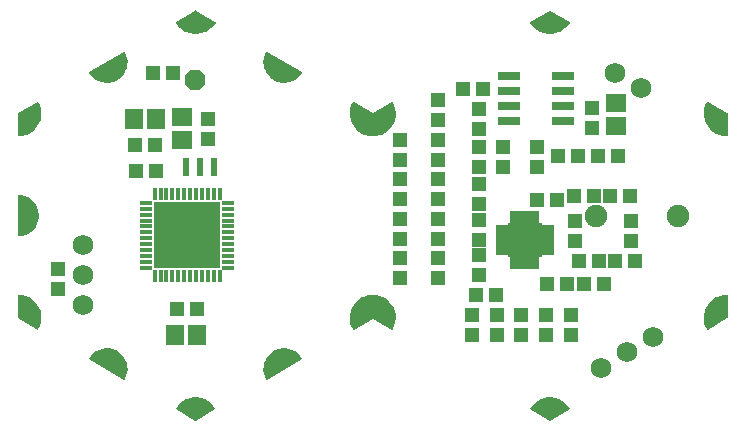
<source format=gbr>
G04 EAGLE Gerber RS-274X export*
G75*
%MOMM*%
%FSLAX34Y34*%
%LPD*%
%INSoldermask Bottom*%
%IPPOS*%
%AMOC8*
5,1,8,0,0,1.08239X$1,22.5*%
G01*
%ADD10R,0.603200X1.603197*%
%ADD11C,1.203200*%
%ADD12R,0.457200X1.016000*%
%ADD13R,1.016000X0.457200*%
%ADD14R,5.588000X5.588000*%
%ADD15P,1.869504X8X22.500000*%
%ADD16R,1.303200X1.203200*%
%ADD17R,1.703200X1.503200*%
%ADD18R,1.503200X1.703200*%
%ADD19C,1.727200*%
%ADD20R,0.503200X1.053200*%
%ADD21R,1.053200X0.503200*%
%ADD22R,2.853200X2.853200*%
%ADD23C,1.903200*%
%ADD24R,1.203200X1.303200*%
%ADD25R,1.879600X0.711200*%

G36*
X299252Y270303D02*
X299252Y270303D01*
X299265Y270302D01*
X302315Y270545D01*
X302347Y270554D01*
X302394Y270558D01*
X305366Y271286D01*
X305397Y271301D01*
X305442Y271312D01*
X305506Y271339D01*
X306682Y271838D01*
X307857Y272337D01*
X307858Y272337D01*
X308259Y272508D01*
X308287Y272527D01*
X308330Y272545D01*
X310918Y274177D01*
X310942Y274201D01*
X310982Y274225D01*
X313275Y276252D01*
X313295Y276279D01*
X313331Y276310D01*
X315269Y278678D01*
X315285Y278708D01*
X315314Y278744D01*
X316848Y281392D01*
X316858Y281424D01*
X316882Y281464D01*
X316935Y281604D01*
X317695Y283601D01*
X317885Y284100D01*
X317971Y284324D01*
X317976Y284357D01*
X317993Y284401D01*
X318609Y287398D01*
X318609Y287432D01*
X318618Y287478D01*
X318745Y290535D01*
X318740Y290569D01*
X318742Y290616D01*
X318377Y293654D01*
X318366Y293686D01*
X318361Y293732D01*
X317513Y296672D01*
X317497Y296702D01*
X317485Y296748D01*
X316176Y299514D01*
X316159Y299536D01*
X316149Y299563D01*
X316100Y299615D01*
X316057Y299673D01*
X316032Y299687D01*
X316013Y299708D01*
X315947Y299737D01*
X315885Y299773D01*
X315857Y299776D01*
X315831Y299788D01*
X315759Y299789D01*
X315688Y299798D01*
X315661Y299790D01*
X315632Y299791D01*
X315537Y299755D01*
X315497Y299744D01*
X315488Y299737D01*
X315476Y299733D01*
X299225Y290376D01*
X282974Y299733D01*
X282947Y299742D01*
X282923Y299758D01*
X282853Y299773D01*
X282785Y299796D01*
X282757Y299793D01*
X282729Y299799D01*
X282659Y299786D01*
X282587Y299780D01*
X282562Y299767D01*
X282534Y299761D01*
X282474Y299721D01*
X282411Y299688D01*
X282393Y299666D01*
X282369Y299650D01*
X282311Y299567D01*
X282284Y299535D01*
X282281Y299524D01*
X282274Y299514D01*
X280965Y296748D01*
X280957Y296715D01*
X280937Y296672D01*
X280089Y293732D01*
X280086Y293698D01*
X280073Y293654D01*
X279708Y290616D01*
X279711Y290582D01*
X279705Y290535D01*
X279832Y287478D01*
X279840Y287445D01*
X279841Y287398D01*
X280457Y284401D01*
X280470Y284370D01*
X280480Y284324D01*
X281568Y281464D01*
X281586Y281436D01*
X281603Y281392D01*
X283136Y278744D01*
X283158Y278718D01*
X283181Y278678D01*
X285119Y276310D01*
X285146Y276288D01*
X285175Y276252D01*
X287468Y274225D01*
X287497Y274209D01*
X287532Y274177D01*
X290120Y272545D01*
X290152Y272533D01*
X290191Y272508D01*
X293008Y271312D01*
X293041Y271305D01*
X293084Y271286D01*
X296056Y270558D01*
X296090Y270556D01*
X296135Y270545D01*
X299185Y270302D01*
X299214Y270306D01*
X299242Y270301D01*
X299252Y270303D01*
G37*
G36*
X315792Y106615D02*
X315792Y106615D01*
X315863Y106620D01*
X315888Y106633D01*
X315916Y106639D01*
X315976Y106679D01*
X316039Y106712D01*
X316057Y106734D01*
X316081Y106750D01*
X316139Y106833D01*
X316166Y106865D01*
X316169Y106876D01*
X316176Y106887D01*
X317485Y109653D01*
X317493Y109686D01*
X317513Y109728D01*
X318361Y112668D01*
X318364Y112702D01*
X318377Y112746D01*
X318742Y115784D01*
X318739Y115818D01*
X318745Y115865D01*
X318618Y118922D01*
X318610Y118955D01*
X318609Y119002D01*
X317993Y121999D01*
X317980Y122030D01*
X317971Y122076D01*
X316882Y124936D01*
X316864Y124965D01*
X316848Y125008D01*
X315314Y127656D01*
X315292Y127682D01*
X315269Y127723D01*
X313331Y130090D01*
X313304Y130112D01*
X313275Y130148D01*
X310982Y132175D01*
X310953Y132192D01*
X310918Y132223D01*
X308330Y133855D01*
X308298Y133867D01*
X308259Y133892D01*
X305442Y135088D01*
X305409Y135095D01*
X305366Y135114D01*
X302394Y135842D01*
X302360Y135844D01*
X302315Y135855D01*
X299265Y136098D01*
X299236Y136094D01*
X299208Y136099D01*
X299198Y136097D01*
X299185Y136098D01*
X296135Y135855D01*
X296103Y135846D01*
X296056Y135842D01*
X293084Y135114D01*
X293053Y135099D01*
X293008Y135088D01*
X292843Y135018D01*
X291668Y134519D01*
X290492Y134020D01*
X290191Y133892D01*
X290163Y133873D01*
X290120Y133855D01*
X287532Y132223D01*
X287508Y132199D01*
X287468Y132175D01*
X285175Y130148D01*
X285155Y130121D01*
X285119Y130090D01*
X283181Y127723D01*
X283165Y127692D01*
X283136Y127656D01*
X281603Y125008D01*
X281592Y124976D01*
X281568Y124936D01*
X280480Y122076D01*
X280474Y122043D01*
X280457Y121999D01*
X279841Y119002D01*
X279841Y118968D01*
X279832Y118922D01*
X279705Y115865D01*
X279710Y115831D01*
X279708Y115784D01*
X280073Y112746D01*
X280084Y112714D01*
X280089Y112668D01*
X280937Y109728D01*
X280953Y109698D01*
X280965Y109653D01*
X282274Y106887D01*
X282291Y106864D01*
X282301Y106837D01*
X282350Y106785D01*
X282393Y106727D01*
X282418Y106713D01*
X282437Y106692D01*
X282503Y106663D01*
X282565Y106627D01*
X282593Y106624D01*
X282619Y106612D01*
X282691Y106611D01*
X282762Y106602D01*
X282789Y106610D01*
X282818Y106610D01*
X282913Y106645D01*
X282953Y106656D01*
X282962Y106663D01*
X282974Y106667D01*
X299225Y116024D01*
X315476Y106667D01*
X315503Y106658D01*
X315527Y106642D01*
X315597Y106627D01*
X315665Y106604D01*
X315693Y106607D01*
X315721Y106601D01*
X315792Y106615D01*
G37*
G36*
X-748Y185704D02*
X-748Y185704D01*
X-734Y185702D01*
X2064Y185934D01*
X2098Y185944D01*
X2146Y185948D01*
X4867Y186637D01*
X4899Y186652D01*
X4945Y186664D01*
X7517Y187792D01*
X7545Y187812D01*
X7589Y187831D01*
X9940Y189367D01*
X9964Y189391D01*
X10005Y189417D01*
X12070Y191319D01*
X12083Y191336D01*
X12095Y191345D01*
X12106Y191361D01*
X12126Y191380D01*
X13851Y193595D01*
X13866Y193626D01*
X13896Y193664D01*
X15232Y196134D01*
X15242Y196167D01*
X15265Y196209D01*
X16177Y198865D01*
X16182Y198899D01*
X16197Y198945D01*
X16659Y201714D01*
X16658Y201749D01*
X16666Y201796D01*
X16666Y204604D01*
X16659Y204638D01*
X16659Y204686D01*
X16197Y207455D01*
X16185Y207488D01*
X16177Y207535D01*
X15265Y210191D01*
X15248Y210221D01*
X15232Y210266D01*
X13896Y212736D01*
X13874Y212762D01*
X13851Y212805D01*
X12126Y215020D01*
X12100Y215043D01*
X12070Y215081D01*
X10005Y216983D01*
X9975Y217001D01*
X9940Y217033D01*
X7589Y218569D01*
X7557Y218582D01*
X7517Y218608D01*
X4945Y219736D01*
X4912Y219743D01*
X4867Y219763D01*
X2146Y220452D01*
X2111Y220454D01*
X2064Y220466D01*
X-734Y220698D01*
X-763Y220694D01*
X-792Y220699D01*
X-861Y220683D01*
X-931Y220674D01*
X-957Y220660D01*
X-985Y220653D01*
X-1042Y220611D01*
X-1104Y220576D01*
X-1122Y220552D01*
X-1145Y220535D01*
X-1181Y220474D01*
X-1224Y220417D01*
X-1232Y220389D01*
X-1247Y220364D01*
X-1263Y220266D01*
X-1274Y220225D01*
X-1272Y220214D01*
X-1274Y220200D01*
X-1274Y186200D01*
X-1268Y186171D01*
X-1271Y186142D01*
X-1249Y186075D01*
X-1235Y186005D01*
X-1218Y185981D01*
X-1209Y185953D01*
X-1162Y185900D01*
X-1122Y185841D01*
X-1098Y185826D01*
X-1078Y185804D01*
X-1014Y185772D01*
X-955Y185734D01*
X-926Y185729D01*
X-900Y185717D01*
X-800Y185708D01*
X-758Y185701D01*
X-748Y185704D01*
G37*
G36*
X88991Y64314D02*
X88991Y64314D01*
X89062Y64320D01*
X89088Y64333D01*
X89116Y64339D01*
X89175Y64379D01*
X89238Y64411D01*
X89257Y64434D01*
X89281Y64450D01*
X89338Y64532D01*
X89365Y64565D01*
X89368Y64575D01*
X89376Y64587D01*
X90575Y67122D01*
X90583Y67156D01*
X90604Y67199D01*
X91369Y69897D01*
X91371Y69932D01*
X91385Y69978D01*
X91695Y72766D01*
X91692Y72794D01*
X91694Y72805D01*
X91693Y72810D01*
X91697Y72848D01*
X91545Y75648D01*
X91536Y75682D01*
X91533Y75730D01*
X90922Y78467D01*
X90908Y78499D01*
X90897Y78546D01*
X89844Y81145D01*
X89825Y81174D01*
X89807Y81218D01*
X88340Y83609D01*
X88316Y83634D01*
X88291Y83675D01*
X86450Y85791D01*
X86423Y85812D01*
X86391Y85849D01*
X84228Y87633D01*
X84197Y87649D01*
X84160Y87680D01*
X81732Y89084D01*
X81699Y89095D01*
X81657Y89119D01*
X79032Y90104D01*
X78997Y90110D01*
X78952Y90127D01*
X76200Y90666D01*
X76166Y90666D01*
X76118Y90675D01*
X73315Y90754D01*
X73281Y90749D01*
X73233Y90750D01*
X70454Y90367D01*
X70422Y90355D01*
X70374Y90349D01*
X67697Y89513D01*
X67666Y89496D01*
X67620Y89482D01*
X65117Y88218D01*
X65090Y88196D01*
X65047Y88174D01*
X62786Y86515D01*
X62763Y86489D01*
X62724Y86461D01*
X60767Y84452D01*
X60748Y84423D01*
X60714Y84388D01*
X59115Y82085D01*
X59103Y82058D01*
X59085Y82035D01*
X59064Y81967D01*
X59036Y81902D01*
X59036Y81873D01*
X59028Y81845D01*
X59036Y81774D01*
X59035Y81703D01*
X59046Y81676D01*
X59050Y81647D01*
X59084Y81585D01*
X59112Y81520D01*
X59133Y81499D01*
X59147Y81474D01*
X59223Y81411D01*
X59254Y81381D01*
X59264Y81377D01*
X59275Y81368D01*
X88675Y64368D01*
X88703Y64359D01*
X88727Y64342D01*
X88796Y64327D01*
X88864Y64305D01*
X88893Y64307D01*
X88921Y64301D01*
X88991Y64314D01*
G37*
G36*
X76118Y315725D02*
X76118Y315725D01*
X76152Y315733D01*
X76200Y315734D01*
X78952Y316273D01*
X78984Y316287D01*
X79032Y316296D01*
X81657Y317281D01*
X81687Y317299D01*
X81732Y317316D01*
X84160Y318720D01*
X84186Y318743D01*
X84228Y318767D01*
X86391Y320551D01*
X86413Y320578D01*
X86450Y320609D01*
X88291Y322725D01*
X88308Y322755D01*
X88340Y322791D01*
X89807Y325182D01*
X89818Y325214D01*
X89844Y325255D01*
X90897Y327854D01*
X90904Y327888D01*
X90922Y327933D01*
X91533Y330670D01*
X91534Y330705D01*
X91545Y330752D01*
X91697Y333552D01*
X91692Y333586D01*
X91695Y333634D01*
X91385Y336422D01*
X91374Y336455D01*
X91369Y336503D01*
X90604Y339201D01*
X90588Y339231D01*
X90575Y339278D01*
X89376Y341813D01*
X89359Y341837D01*
X89349Y341864D01*
X89300Y341916D01*
X89257Y341973D01*
X89232Y341987D01*
X89212Y342009D01*
X89147Y342037D01*
X89086Y342073D01*
X89057Y342076D01*
X89030Y342088D01*
X88959Y342089D01*
X88888Y342098D01*
X88860Y342090D01*
X88831Y342090D01*
X88738Y342056D01*
X88697Y342044D01*
X88688Y342037D01*
X88675Y342032D01*
X59275Y325032D01*
X59253Y325013D01*
X59227Y325000D01*
X59179Y324947D01*
X59126Y324900D01*
X59114Y324874D01*
X59094Y324852D01*
X59071Y324785D01*
X59041Y324721D01*
X59039Y324692D01*
X59030Y324664D01*
X59035Y324593D01*
X59032Y324522D01*
X59042Y324495D01*
X59044Y324466D01*
X59086Y324376D01*
X59101Y324336D01*
X59109Y324328D01*
X59115Y324315D01*
X60714Y322012D01*
X60740Y321988D01*
X60767Y321948D01*
X62724Y319939D01*
X62753Y319920D01*
X62786Y319885D01*
X65047Y318226D01*
X65078Y318211D01*
X65117Y318182D01*
X67620Y316918D01*
X67654Y316909D01*
X67697Y316887D01*
X70374Y316051D01*
X70408Y316048D01*
X70454Y316033D01*
X73233Y315650D01*
X73267Y315652D01*
X73315Y315646D01*
X76118Y315725D01*
G37*
G36*
X209590Y64310D02*
X209590Y64310D01*
X209619Y64310D01*
X209712Y64344D01*
X209753Y64356D01*
X209762Y64363D01*
X209775Y64368D01*
X239175Y81368D01*
X239197Y81387D01*
X239223Y81400D01*
X239271Y81453D01*
X239324Y81500D01*
X239336Y81526D01*
X239356Y81548D01*
X239379Y81615D01*
X239409Y81679D01*
X239411Y81708D01*
X239420Y81736D01*
X239415Y81807D01*
X239418Y81878D01*
X239408Y81905D01*
X239406Y81934D01*
X239364Y82024D01*
X239349Y82064D01*
X239341Y82072D01*
X239335Y82085D01*
X237736Y84388D01*
X237711Y84412D01*
X237683Y84452D01*
X235726Y86461D01*
X235697Y86480D01*
X235664Y86515D01*
X233403Y88174D01*
X233372Y88189D01*
X233333Y88218D01*
X230830Y89482D01*
X230796Y89491D01*
X230753Y89513D01*
X228076Y90349D01*
X228042Y90352D01*
X227996Y90367D01*
X225217Y90750D01*
X225183Y90748D01*
X225135Y90754D01*
X222332Y90675D01*
X222298Y90667D01*
X222250Y90666D01*
X219498Y90127D01*
X219466Y90113D01*
X219418Y90104D01*
X216793Y89119D01*
X216763Y89101D01*
X216718Y89084D01*
X214290Y87680D01*
X214264Y87657D01*
X214223Y87633D01*
X212059Y85849D01*
X212037Y85822D01*
X212000Y85791D01*
X210159Y83675D01*
X210142Y83645D01*
X210111Y83609D01*
X208643Y81218D01*
X208632Y81186D01*
X208606Y81145D01*
X207553Y78546D01*
X207546Y78512D01*
X207528Y78467D01*
X206917Y75730D01*
X206916Y75695D01*
X206905Y75648D01*
X206753Y72848D01*
X206758Y72814D01*
X206755Y72766D01*
X207065Y69978D01*
X207076Y69945D01*
X207081Y69897D01*
X207846Y67199D01*
X207862Y67169D01*
X207875Y67122D01*
X209074Y64587D01*
X209091Y64563D01*
X209101Y64536D01*
X209150Y64484D01*
X209193Y64427D01*
X209218Y64413D01*
X209238Y64392D01*
X209303Y64363D01*
X209365Y64327D01*
X209393Y64324D01*
X209420Y64312D01*
X209491Y64311D01*
X209562Y64302D01*
X209590Y64310D01*
G37*
G36*
X225169Y315652D02*
X225169Y315652D01*
X225217Y315650D01*
X227996Y316033D01*
X228028Y316045D01*
X228076Y316051D01*
X230753Y316887D01*
X230784Y316904D01*
X230830Y316918D01*
X233333Y318182D01*
X233360Y318204D01*
X233403Y318226D01*
X235664Y319885D01*
X235687Y319911D01*
X235726Y319939D01*
X237683Y321948D01*
X237702Y321977D01*
X237736Y322012D01*
X239335Y324315D01*
X239347Y324342D01*
X239365Y324365D01*
X239386Y324433D01*
X239414Y324498D01*
X239414Y324527D01*
X239422Y324555D01*
X239414Y324626D01*
X239415Y324697D01*
X239404Y324724D01*
X239400Y324753D01*
X239366Y324815D01*
X239338Y324880D01*
X239317Y324901D01*
X239303Y324926D01*
X239227Y324989D01*
X239196Y325019D01*
X239186Y325023D01*
X239175Y325032D01*
X209775Y342032D01*
X209747Y342041D01*
X209723Y342058D01*
X209654Y342073D01*
X209586Y342095D01*
X209557Y342093D01*
X209529Y342099D01*
X209459Y342086D01*
X209388Y342080D01*
X209362Y342067D01*
X209334Y342061D01*
X209275Y342021D01*
X209212Y341989D01*
X209193Y341966D01*
X209169Y341950D01*
X209112Y341868D01*
X209085Y341835D01*
X209082Y341825D01*
X209074Y341813D01*
X207875Y339278D01*
X207867Y339244D01*
X207846Y339201D01*
X207081Y336503D01*
X207079Y336468D01*
X207065Y336422D01*
X206755Y333634D01*
X206757Y333607D01*
X206757Y333602D01*
X206758Y333597D01*
X206753Y333552D01*
X206905Y330752D01*
X206914Y330718D01*
X206917Y330670D01*
X207528Y327933D01*
X207542Y327901D01*
X207553Y327854D01*
X208606Y325255D01*
X208625Y325226D01*
X208643Y325182D01*
X210111Y322791D01*
X210134Y322766D01*
X210159Y322725D01*
X212000Y320609D01*
X212027Y320588D01*
X212059Y320551D01*
X214223Y318767D01*
X214253Y318751D01*
X214290Y318720D01*
X216718Y317316D01*
X216751Y317305D01*
X216793Y317281D01*
X219418Y316296D01*
X219453Y316290D01*
X219498Y316273D01*
X222250Y315734D01*
X222285Y315734D01*
X222332Y315725D01*
X225135Y315646D01*
X225169Y315652D01*
G37*
G36*
X-767Y270264D02*
X-767Y270264D01*
X-753Y270263D01*
X2303Y270510D01*
X2336Y270519D01*
X2382Y270523D01*
X5359Y271256D01*
X5390Y271271D01*
X5436Y271282D01*
X8257Y272484D01*
X8284Y272503D01*
X8328Y272521D01*
X10919Y274160D01*
X10944Y274183D01*
X10983Y274208D01*
X13278Y276241D01*
X13299Y276268D01*
X13334Y276299D01*
X15273Y278674D01*
X15289Y278704D01*
X15319Y278740D01*
X16852Y281396D01*
X16863Y281428D01*
X16887Y281468D01*
X17974Y284335D01*
X17979Y284369D01*
X17996Y284413D01*
X18609Y287417D01*
X18610Y287451D01*
X18619Y287497D01*
X18743Y290560D01*
X18737Y290594D01*
X18739Y290640D01*
X18370Y293684D01*
X18359Y293717D01*
X18354Y293763D01*
X17501Y296708D01*
X17485Y296738D01*
X17472Y296783D01*
X16158Y299553D01*
X16140Y299577D01*
X16130Y299604D01*
X16081Y299656D01*
X16038Y299713D01*
X16013Y299727D01*
X15993Y299748D01*
X15928Y299777D01*
X15866Y299812D01*
X15838Y299816D01*
X15811Y299828D01*
X15740Y299828D01*
X15669Y299837D01*
X15641Y299829D01*
X15612Y299830D01*
X15519Y299795D01*
X15478Y299783D01*
X15469Y299776D01*
X15457Y299771D01*
X-1021Y290232D01*
X-1078Y290181D01*
X-1140Y290136D01*
X-1152Y290116D01*
X-1170Y290100D01*
X-1203Y290031D01*
X-1242Y289965D01*
X-1246Y289939D01*
X-1255Y289921D01*
X-1257Y289876D01*
X-1270Y289801D01*
X-1293Y270761D01*
X-1287Y270733D01*
X-1289Y270704D01*
X-1267Y270636D01*
X-1253Y270566D01*
X-1237Y270542D01*
X-1228Y270515D01*
X-1181Y270461D01*
X-1141Y270402D01*
X-1117Y270387D01*
X-1098Y270365D01*
X-1033Y270333D01*
X-973Y270295D01*
X-945Y270290D01*
X-919Y270277D01*
X-819Y270269D01*
X-777Y270262D01*
X-767Y270264D01*
G37*
G36*
X15772Y106575D02*
X15772Y106575D01*
X15843Y106580D01*
X15869Y106594D01*
X15897Y106599D01*
X15957Y106639D01*
X16020Y106672D01*
X16038Y106694D01*
X16062Y106710D01*
X16120Y106792D01*
X16147Y106825D01*
X16150Y106835D01*
X16158Y106847D01*
X17472Y109617D01*
X17480Y109650D01*
X17501Y109692D01*
X18354Y112637D01*
X18356Y112671D01*
X18370Y112716D01*
X18739Y115760D01*
X18737Y115793D01*
X18743Y115840D01*
X18619Y118904D01*
X18611Y118936D01*
X18609Y118983D01*
X17996Y121988D01*
X17983Y122019D01*
X17974Y122065D01*
X16887Y124932D01*
X16868Y124960D01*
X16852Y125004D01*
X15319Y127660D01*
X15296Y127685D01*
X15273Y127726D01*
X13334Y130101D01*
X13308Y130122D01*
X13278Y130159D01*
X10983Y132192D01*
X10954Y132209D01*
X10919Y132240D01*
X8328Y133879D01*
X8296Y133891D01*
X8257Y133916D01*
X5436Y135118D01*
X5402Y135125D01*
X5359Y135144D01*
X2382Y135877D01*
X2348Y135879D01*
X2303Y135890D01*
X-753Y136137D01*
X-782Y136134D01*
X-810Y136138D01*
X-880Y136122D01*
X-951Y136113D01*
X-976Y136099D01*
X-1004Y136092D01*
X-1061Y136050D01*
X-1123Y136014D01*
X-1141Y135991D01*
X-1164Y135974D01*
X-1200Y135913D01*
X-1243Y135856D01*
X-1250Y135828D01*
X-1265Y135803D01*
X-1282Y135704D01*
X-1292Y135663D01*
X-1290Y135652D01*
X-1293Y135639D01*
X-1270Y116599D01*
X-1254Y116524D01*
X-1246Y116448D01*
X-1235Y116427D01*
X-1230Y116405D01*
X-1186Y116341D01*
X-1149Y116274D01*
X-1129Y116258D01*
X-1117Y116241D01*
X-1080Y116217D01*
X-1021Y116168D01*
X15457Y106629D01*
X15484Y106619D01*
X15508Y106603D01*
X15577Y106588D01*
X15645Y106565D01*
X15674Y106567D01*
X15702Y106561D01*
X15772Y106575D01*
G37*
G36*
X449241Y29511D02*
X449241Y29511D01*
X449318Y29510D01*
X449342Y29519D01*
X449363Y29520D01*
X449402Y29541D01*
X449474Y29567D01*
X465974Y39067D01*
X465996Y39086D01*
X466022Y39099D01*
X466056Y39137D01*
X466059Y39139D01*
X466062Y39143D01*
X466070Y39152D01*
X466123Y39199D01*
X466136Y39225D01*
X466155Y39247D01*
X466178Y39314D01*
X466209Y39378D01*
X466211Y39407D01*
X466220Y39434D01*
X466215Y39506D01*
X466218Y39577D01*
X466208Y39604D01*
X466206Y39633D01*
X466164Y39723D01*
X466149Y39763D01*
X466142Y39771D01*
X466136Y39784D01*
X464394Y42307D01*
X464370Y42331D01*
X464343Y42369D01*
X462219Y44581D01*
X462191Y44600D01*
X462159Y44634D01*
X459708Y46476D01*
X459677Y46490D01*
X459640Y46519D01*
X456925Y47944D01*
X456892Y47953D01*
X456851Y47975D01*
X453943Y48946D01*
X453916Y48949D01*
X453907Y48951D01*
X453865Y48965D01*
X450838Y49457D01*
X450804Y49456D01*
X450758Y49464D01*
X447692Y49464D01*
X447659Y49457D01*
X447612Y49457D01*
X444585Y48965D01*
X444554Y48953D01*
X444507Y48946D01*
X441599Y47975D01*
X441570Y47958D01*
X441525Y47944D01*
X438810Y46519D01*
X438784Y46497D01*
X438742Y46476D01*
X436291Y44634D01*
X436268Y44609D01*
X436231Y44581D01*
X434107Y42369D01*
X434089Y42341D01*
X434056Y42307D01*
X432314Y39784D01*
X432303Y39757D01*
X432284Y39735D01*
X432264Y39666D01*
X432236Y39601D01*
X432236Y39572D01*
X432228Y39544D01*
X432236Y39473D01*
X432236Y39402D01*
X432247Y39375D01*
X432250Y39346D01*
X432285Y39284D01*
X432313Y39219D01*
X432333Y39198D01*
X432348Y39173D01*
X432411Y39121D01*
X432415Y39116D01*
X432424Y39110D01*
X432425Y39110D01*
X432455Y39080D01*
X432465Y39076D01*
X432476Y39067D01*
X448976Y29567D01*
X449049Y29543D01*
X449119Y29512D01*
X449143Y29512D01*
X449165Y29504D01*
X449241Y29511D01*
G37*
G36*
X149241Y29511D02*
X149241Y29511D01*
X149318Y29510D01*
X149342Y29519D01*
X149363Y29520D01*
X149402Y29541D01*
X149474Y29567D01*
X165974Y39067D01*
X165996Y39086D01*
X166022Y39099D01*
X166056Y39137D01*
X166059Y39139D01*
X166062Y39143D01*
X166070Y39152D01*
X166123Y39199D01*
X166136Y39225D01*
X166155Y39247D01*
X166178Y39314D01*
X166209Y39378D01*
X166211Y39407D01*
X166220Y39434D01*
X166215Y39506D01*
X166218Y39577D01*
X166208Y39604D01*
X166206Y39633D01*
X166164Y39723D01*
X166149Y39763D01*
X166142Y39771D01*
X166136Y39784D01*
X164394Y42307D01*
X164370Y42331D01*
X164343Y42369D01*
X162219Y44581D01*
X162191Y44600D01*
X162159Y44634D01*
X159708Y46476D01*
X159677Y46490D01*
X159640Y46519D01*
X156925Y47944D01*
X156892Y47953D01*
X156851Y47975D01*
X153943Y48946D01*
X153916Y48949D01*
X153907Y48951D01*
X153865Y48965D01*
X150838Y49457D01*
X150804Y49456D01*
X150758Y49464D01*
X147692Y49464D01*
X147659Y49457D01*
X147612Y49457D01*
X144585Y48965D01*
X144554Y48953D01*
X144507Y48946D01*
X141599Y47975D01*
X141570Y47958D01*
X141525Y47944D01*
X138810Y46519D01*
X138784Y46497D01*
X138742Y46476D01*
X136291Y44634D01*
X136268Y44609D01*
X136231Y44581D01*
X134107Y42369D01*
X134089Y42341D01*
X134056Y42307D01*
X132314Y39784D01*
X132303Y39757D01*
X132284Y39735D01*
X132264Y39666D01*
X132236Y39601D01*
X132236Y39572D01*
X132228Y39544D01*
X132236Y39473D01*
X132236Y39402D01*
X132247Y39375D01*
X132250Y39346D01*
X132285Y39284D01*
X132313Y39219D01*
X132333Y39198D01*
X132348Y39173D01*
X132411Y39121D01*
X132415Y39116D01*
X132424Y39110D01*
X132425Y39110D01*
X132455Y39080D01*
X132465Y39076D01*
X132476Y39067D01*
X148976Y29567D01*
X149049Y29543D01*
X149119Y29512D01*
X149143Y29512D01*
X149165Y29504D01*
X149241Y29511D01*
G37*
G36*
X150791Y356943D02*
X150791Y356943D01*
X150838Y356943D01*
X153865Y357435D01*
X153896Y357447D01*
X153943Y357454D01*
X156851Y358425D01*
X156881Y358442D01*
X156925Y358456D01*
X159640Y359881D01*
X159666Y359903D01*
X159708Y359924D01*
X162159Y361766D01*
X162182Y361791D01*
X162219Y361819D01*
X164343Y364031D01*
X164361Y364059D01*
X164394Y364093D01*
X166136Y366616D01*
X166147Y366643D01*
X166166Y366665D01*
X166186Y366734D01*
X166214Y366799D01*
X166214Y366828D01*
X166222Y366856D01*
X166214Y366927D01*
X166215Y366998D01*
X166203Y367025D01*
X166200Y367054D01*
X166165Y367116D01*
X166137Y367181D01*
X166117Y367202D01*
X166102Y367227D01*
X166025Y367290D01*
X165995Y367320D01*
X165985Y367324D01*
X165974Y367333D01*
X149474Y376833D01*
X149401Y376857D01*
X149331Y376888D01*
X149307Y376888D01*
X149285Y376896D01*
X149209Y376890D01*
X149132Y376891D01*
X149108Y376881D01*
X149087Y376880D01*
X149048Y376859D01*
X148976Y376833D01*
X132476Y367333D01*
X132454Y367314D01*
X132428Y367301D01*
X132380Y367248D01*
X132327Y367201D01*
X132314Y367175D01*
X132295Y367154D01*
X132272Y367086D01*
X132241Y367022D01*
X132240Y366993D01*
X132230Y366966D01*
X132235Y366894D01*
X132232Y366823D01*
X132242Y366796D01*
X132244Y366767D01*
X132286Y366677D01*
X132301Y366637D01*
X132308Y366629D01*
X132314Y366616D01*
X134056Y364093D01*
X134080Y364069D01*
X134107Y364031D01*
X136231Y361819D01*
X136259Y361800D01*
X136291Y361766D01*
X138742Y359924D01*
X138773Y359910D01*
X138810Y359881D01*
X141525Y358456D01*
X141558Y358447D01*
X141599Y358425D01*
X144507Y357454D01*
X144541Y357450D01*
X144585Y357435D01*
X147612Y356943D01*
X147646Y356944D01*
X147692Y356936D01*
X150758Y356936D01*
X150791Y356943D01*
G37*
G36*
X450791Y356943D02*
X450791Y356943D01*
X450838Y356943D01*
X453865Y357435D01*
X453896Y357447D01*
X453943Y357454D01*
X456851Y358425D01*
X456881Y358442D01*
X456925Y358456D01*
X459640Y359881D01*
X459666Y359903D01*
X459708Y359924D01*
X462159Y361766D01*
X462182Y361791D01*
X462219Y361819D01*
X464343Y364031D01*
X464361Y364059D01*
X464394Y364093D01*
X466136Y366616D01*
X466147Y366643D01*
X466166Y366665D01*
X466186Y366734D01*
X466214Y366799D01*
X466214Y366828D01*
X466222Y366856D01*
X466214Y366927D01*
X466215Y366998D01*
X466203Y367025D01*
X466200Y367054D01*
X466165Y367116D01*
X466137Y367181D01*
X466117Y367202D01*
X466102Y367227D01*
X466025Y367290D01*
X465995Y367320D01*
X465985Y367324D01*
X465974Y367333D01*
X449474Y376833D01*
X449401Y376857D01*
X449331Y376888D01*
X449307Y376888D01*
X449285Y376896D01*
X449209Y376890D01*
X449132Y376891D01*
X449108Y376881D01*
X449087Y376880D01*
X449048Y376859D01*
X448976Y376833D01*
X432476Y367333D01*
X432454Y367314D01*
X432428Y367301D01*
X432380Y367248D01*
X432327Y367201D01*
X432314Y367175D01*
X432295Y367154D01*
X432272Y367086D01*
X432241Y367022D01*
X432240Y366993D01*
X432230Y366966D01*
X432235Y366894D01*
X432232Y366823D01*
X432242Y366796D01*
X432244Y366767D01*
X432286Y366677D01*
X432301Y366637D01*
X432308Y366629D01*
X432314Y366616D01*
X434056Y364093D01*
X434080Y364069D01*
X434107Y364031D01*
X436231Y361819D01*
X436259Y361800D01*
X436291Y361766D01*
X438742Y359924D01*
X438773Y359910D01*
X438810Y359881D01*
X441525Y358456D01*
X441558Y358447D01*
X441599Y358425D01*
X444507Y357454D01*
X444541Y357450D01*
X444585Y357435D01*
X447612Y356943D01*
X447646Y356944D01*
X447692Y356936D01*
X450758Y356936D01*
X450791Y356943D01*
G37*
G36*
X599311Y270318D02*
X599311Y270318D01*
X599383Y270326D01*
X599407Y270341D01*
X599435Y270347D01*
X599493Y270390D01*
X599555Y270426D01*
X599572Y270448D01*
X599595Y270465D01*
X599632Y270527D01*
X599675Y270584D01*
X599682Y270612D01*
X599697Y270636D01*
X599713Y270736D01*
X599724Y270777D01*
X599722Y270787D01*
X599724Y270800D01*
X599724Y289800D01*
X599709Y289876D01*
X599700Y289954D01*
X599689Y289973D01*
X599685Y289995D01*
X599641Y290059D01*
X599602Y290127D01*
X599583Y290143D01*
X599572Y290159D01*
X599534Y290183D01*
X599474Y290233D01*
X582974Y299733D01*
X582947Y299742D01*
X582923Y299758D01*
X582853Y299773D01*
X582785Y299796D01*
X582757Y299793D01*
X582729Y299799D01*
X582659Y299786D01*
X582587Y299780D01*
X582562Y299767D01*
X582534Y299761D01*
X582474Y299721D01*
X582411Y299688D01*
X582393Y299666D01*
X582369Y299650D01*
X582311Y299567D01*
X582284Y299535D01*
X582281Y299524D01*
X582274Y299514D01*
X580965Y296748D01*
X580957Y296715D01*
X580937Y296672D01*
X580089Y293732D01*
X580086Y293698D01*
X580073Y293654D01*
X579708Y290616D01*
X579711Y290582D01*
X579705Y290535D01*
X579832Y287478D01*
X579840Y287445D01*
X579841Y287398D01*
X580457Y284401D01*
X580470Y284370D01*
X580480Y284324D01*
X581568Y281464D01*
X581586Y281436D01*
X581603Y281392D01*
X583136Y278744D01*
X583158Y278718D01*
X583181Y278678D01*
X585119Y276310D01*
X585146Y276288D01*
X585175Y276252D01*
X587468Y274225D01*
X587497Y274209D01*
X587532Y274177D01*
X590120Y272545D01*
X590152Y272533D01*
X590191Y272508D01*
X593008Y271312D01*
X593041Y271305D01*
X593084Y271286D01*
X596056Y270558D01*
X596090Y270556D01*
X596135Y270545D01*
X599185Y270302D01*
X599214Y270306D01*
X599242Y270301D01*
X599311Y270318D01*
G37*
G36*
X582789Y106610D02*
X582789Y106610D01*
X582818Y106610D01*
X582913Y106645D01*
X582953Y106656D01*
X582962Y106663D01*
X582974Y106667D01*
X599474Y116167D01*
X599533Y116219D01*
X599595Y116265D01*
X599606Y116284D01*
X599623Y116299D01*
X599657Y116369D01*
X599697Y116436D01*
X599701Y116461D01*
X599709Y116478D01*
X599711Y116523D01*
X599724Y116600D01*
X599724Y135600D01*
X599719Y135628D01*
X599721Y135656D01*
X599699Y135724D01*
X599685Y135795D01*
X599669Y135818D01*
X599660Y135845D01*
X599613Y135900D01*
X599572Y135959D01*
X599548Y135974D01*
X599530Y135996D01*
X599465Y136027D01*
X599405Y136066D01*
X599377Y136071D01*
X599351Y136083D01*
X599250Y136092D01*
X599208Y136099D01*
X599198Y136097D01*
X599185Y136098D01*
X596135Y135855D01*
X596103Y135846D01*
X596056Y135842D01*
X593084Y135114D01*
X593053Y135099D01*
X593008Y135088D01*
X592843Y135018D01*
X591668Y134519D01*
X590492Y134020D01*
X590191Y133892D01*
X590163Y133873D01*
X590120Y133855D01*
X587532Y132223D01*
X587508Y132199D01*
X587468Y132175D01*
X585175Y130148D01*
X585155Y130121D01*
X585119Y130090D01*
X583181Y127723D01*
X583165Y127692D01*
X583136Y127656D01*
X581603Y125008D01*
X581592Y124976D01*
X581568Y124936D01*
X580480Y122076D01*
X580474Y122043D01*
X580457Y121999D01*
X579841Y119002D01*
X579841Y118968D01*
X579832Y118922D01*
X579705Y115865D01*
X579710Y115831D01*
X579708Y115784D01*
X580073Y112746D01*
X580084Y112714D01*
X580089Y112668D01*
X580937Y109728D01*
X580953Y109698D01*
X580965Y109653D01*
X582274Y106887D01*
X582291Y106864D01*
X582301Y106837D01*
X582350Y106785D01*
X582393Y106727D01*
X582418Y106713D01*
X582437Y106692D01*
X582503Y106663D01*
X582565Y106627D01*
X582593Y106624D01*
X582619Y106612D01*
X582691Y106611D01*
X582762Y106602D01*
X582789Y106610D01*
G37*
D10*
X165194Y244475D03*
X153194Y244475D03*
X141194Y244475D03*
D11*
X149225Y368400D03*
X299945Y280720D03*
X299945Y125680D03*
X149225Y38000D03*
X77725Y327100D03*
X220725Y327100D03*
X220725Y79300D03*
X77725Y79300D03*
X449225Y368400D03*
X592325Y285800D03*
X592325Y120600D03*
X449225Y38000D03*
X6158Y285800D03*
X6158Y120600D03*
X6125Y203200D03*
D12*
X114574Y221075D03*
X119575Y221075D03*
X124577Y221075D03*
X129578Y221075D03*
X134579Y221075D03*
X139580Y221075D03*
X144582Y221075D03*
X149583Y221075D03*
X154584Y221075D03*
X159585Y221075D03*
X164587Y221075D03*
X169588Y221075D03*
D13*
X176625Y214038D03*
X176625Y209037D03*
X176625Y204035D03*
X176625Y199034D03*
X176625Y194033D03*
X176625Y189032D03*
X176625Y184030D03*
X176625Y179029D03*
X176625Y174028D03*
X176625Y169027D03*
X176625Y164025D03*
X176625Y159024D03*
D12*
X169588Y151987D03*
X164587Y151987D03*
X159585Y151987D03*
X154584Y151987D03*
X149583Y151987D03*
X144582Y151987D03*
X139580Y151987D03*
X134579Y151987D03*
X129578Y151987D03*
X124577Y151987D03*
X119575Y151987D03*
X114574Y151987D03*
D13*
X107537Y159024D03*
X107537Y164025D03*
X107537Y169027D03*
X107537Y174028D03*
X107537Y179029D03*
X107537Y184030D03*
X107537Y189032D03*
X107537Y194033D03*
X107537Y199034D03*
X107537Y204035D03*
X107537Y209037D03*
X107537Y214038D03*
D14*
X142081Y186531D03*
D15*
X148431Y318294D03*
D16*
X32544Y140725D03*
X32544Y157725D03*
X159544Y267725D03*
X159544Y284725D03*
X129944Y323850D03*
X112944Y323850D03*
X97863Y262731D03*
X114863Y262731D03*
X98656Y241300D03*
X115656Y241300D03*
X133581Y123825D03*
X150581Y123825D03*
D17*
X138113Y286519D03*
X138113Y267519D03*
D18*
X96863Y284956D03*
X115863Y284956D03*
X131788Y102394D03*
X150788Y102394D03*
D19*
X53975Y178594D03*
X53975Y153194D03*
X53975Y127794D03*
D20*
X437831Y163063D03*
X432831Y163063D03*
X427831Y163063D03*
X422831Y163063D03*
X417831Y163063D03*
D21*
X408331Y172563D03*
X408331Y177563D03*
X408331Y182563D03*
X408331Y187563D03*
X408331Y192563D03*
D20*
X417831Y202063D03*
X422831Y202063D03*
X427831Y202063D03*
X432831Y202063D03*
X437831Y202063D03*
D21*
X447331Y192563D03*
X447331Y187563D03*
X447331Y182563D03*
X447331Y177563D03*
X447331Y172563D03*
D22*
X427831Y182563D03*
D23*
X557975Y202875D03*
X487975Y202875D03*
D19*
X492375Y74574D03*
X514350Y87313D03*
X536325Y100051D03*
D16*
X455381Y216694D03*
X438381Y216694D03*
X470694Y182000D03*
X470694Y199000D03*
D24*
X469338Y219869D03*
X486338Y219869D03*
D16*
X464113Y145256D03*
X447113Y145256D03*
D24*
X478069Y145256D03*
X495069Y145256D03*
X474100Y165100D03*
X491100Y165100D03*
X504263Y165100D03*
X521263Y165100D03*
X517525Y199000D03*
X517525Y182000D03*
D16*
X466725Y101831D03*
X466725Y118831D03*
X404217Y101831D03*
X404217Y118831D03*
X445889Y118831D03*
X445889Y101831D03*
X425053Y118831D03*
X425053Y101831D03*
X383381Y118831D03*
X383381Y101831D03*
X403788Y135731D03*
X386788Y135731D03*
X354806Y150250D03*
X354806Y167250D03*
X354806Y183588D03*
X354806Y200588D03*
X388938Y229956D03*
X388938Y212956D03*
D24*
X354806Y233925D03*
X354806Y216925D03*
X388938Y152631D03*
X388938Y169631D03*
D16*
X388938Y199794D03*
X388938Y182794D03*
X322263Y183588D03*
X322263Y200588D03*
X322263Y150250D03*
X322263Y167250D03*
D17*
X505619Y279425D03*
X505619Y298425D03*
D24*
X484981Y277250D03*
X484981Y294250D03*
X392675Y310356D03*
X375675Y310356D03*
D16*
X354806Y250263D03*
X354806Y267263D03*
D24*
X322263Y233925D03*
X322263Y216925D03*
X354806Y301394D03*
X354806Y284394D03*
X388938Y243913D03*
X388938Y260913D03*
D16*
X322263Y250263D03*
X322263Y267263D03*
X409575Y243913D03*
X409575Y260913D03*
X438150Y260913D03*
X438150Y243913D03*
X455844Y254000D03*
X472844Y254000D03*
D24*
X506975Y254000D03*
X489975Y254000D03*
D19*
X504123Y323812D03*
X526164Y311188D03*
D16*
X500294Y219869D03*
X517294Y219869D03*
D24*
X388938Y276456D03*
X388938Y293456D03*
D25*
X414242Y283369D03*
X414242Y296069D03*
X414242Y308769D03*
X414242Y321469D03*
X460470Y321469D03*
X460470Y308769D03*
X460470Y296069D03*
X460470Y283369D03*
M02*

</source>
